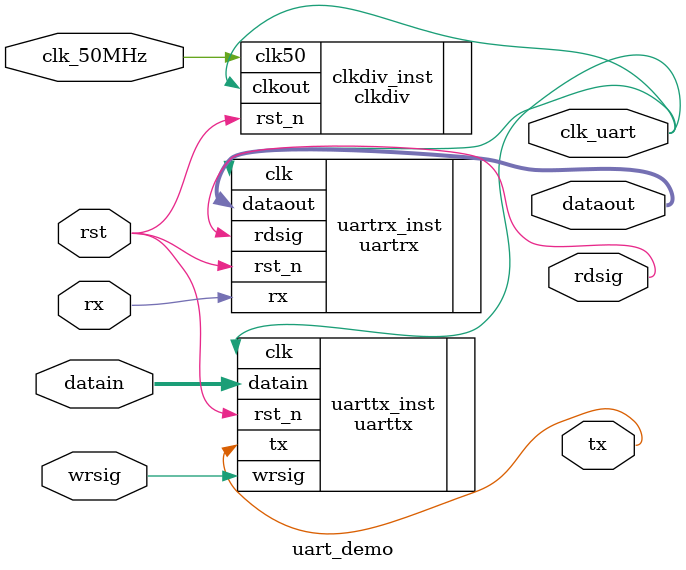
<source format=v>
`timescale 1ns/1ps

module uart_demo
	(
		input clk_50MHz,
		input rst,
		input rx,
		input[7:0] datain,
		input wrsig,
		
		output clk_uart,
		output tx,
		output rdsig,
		output[7:0] dataout
	);
	

//clkdiv
clkdiv clkdiv_inst
	(
		.clk50(clk_50MHz),
		.rst_n(rst),
		.clkout(clk_uart)
	);

//uart rx
uartrx uartrx_inst
	(
		.clk(clk_uart),
		.rst_n(rst),
		.rx(rx),
		.dataout(dataout), 
		.rdsig(rdsig)
	);

//uart tx	
uarttx uarttx_inst
	(
		.clk(clk_uart), 
		.rst_n(rst), 
		.datain(datain), 
		.wrsig(wrsig),
		.tx(tx)
	);
	
endmodule
	
</source>
